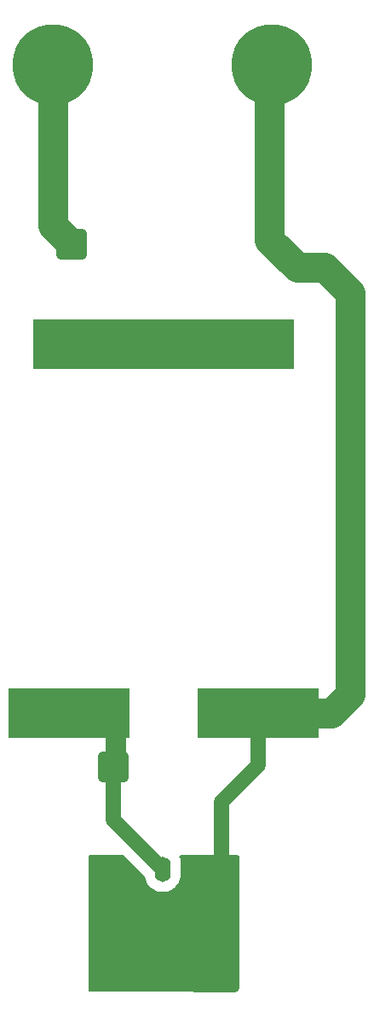
<source format=gbr>
%TF.GenerationSoftware,KiCad,Pcbnew,(6.0.6)*%
%TF.CreationDate,2023-04-06T13:29:05+02:00*%
%TF.ProjectId,1to5UnUn,31746f35-556e-4556-9e2e-6b696361645f,rev?*%
%TF.SameCoordinates,Original*%
%TF.FileFunction,Copper,L1,Top*%
%TF.FilePolarity,Positive*%
%FSLAX46Y46*%
G04 Gerber Fmt 4.6, Leading zero omitted, Abs format (unit mm)*
G04 Created by KiCad (PCBNEW (6.0.6)) date 2023-04-06 13:29:05*
%MOMM*%
%LPD*%
G01*
G04 APERTURE LIST*
G04 Aperture macros list*
%AMRoundRect*
0 Rectangle with rounded corners*
0 $1 Rounding radius*
0 $2 $3 $4 $5 $6 $7 $8 $9 X,Y pos of 4 corners*
0 Add a 4 corners polygon primitive as box body*
4,1,4,$2,$3,$4,$5,$6,$7,$8,$9,$2,$3,0*
0 Add four circle primitives for the rounded corners*
1,1,$1+$1,$2,$3*
1,1,$1+$1,$4,$5*
1,1,$1+$1,$6,$7*
1,1,$1+$1,$8,$9*
0 Add four rect primitives between the rounded corners*
20,1,$1+$1,$2,$3,$4,$5,0*
20,1,$1+$1,$4,$5,$6,$7,0*
20,1,$1+$1,$6,$7,$8,$9,0*
20,1,$1+$1,$8,$9,$2,$3,0*%
G04 Aperture macros list end*
%TA.AperFunction,ComponentPad*%
%ADD10RoundRect,0.375000X-1.125000X-1.125000X1.125000X-1.125000X1.125000X1.125000X-1.125000X1.125000X0*%
%TD*%
%TA.AperFunction,ComponentPad*%
%ADD11C,1.500000*%
%TD*%
%TA.AperFunction,ComponentPad*%
%ADD12C,8.000000*%
%TD*%
%TA.AperFunction,ComponentPad*%
%ADD13C,0.800000*%
%TD*%
%TA.AperFunction,ComponentPad*%
%ADD14O,1.600000X2.500000*%
%TD*%
%TA.AperFunction,ComponentPad*%
%ADD15O,3.500000X7.000000*%
%TD*%
%TA.AperFunction,SMDPad,CuDef*%
%ADD16R,12.000000X5.000000*%
%TD*%
%TA.AperFunction,SMDPad,CuDef*%
%ADD17R,26.000000X5.000000*%
%TD*%
%TA.AperFunction,Conductor*%
%ADD18C,1.500000*%
%TD*%
%TA.AperFunction,Conductor*%
%ADD19C,2.000000*%
%TD*%
%TA.AperFunction,Conductor*%
%ADD20C,3.000000*%
%TD*%
G04 APERTURE END LIST*
D10*
%TO.P,,1*%
%TO.N,N/C*%
X58750000Y-140750000D03*
%TD*%
D11*
%TO.P,REF\u002A\u002A,1*%
%TO.N,gnd*%
X74500000Y-73370000D03*
D12*
X74500000Y-71120000D03*
D13*
X76750000Y-71120000D03*
X72909010Y-69529010D03*
X76090990Y-72710990D03*
X76090990Y-69529010D03*
X72250000Y-71120000D03*
X74500000Y-68870000D03*
X72909010Y-72710990D03*
%TD*%
D10*
%TO.P,REF\u002A\u002A,1*%
%TO.N,N/C*%
X54610000Y-88900000D03*
%TD*%
D11*
%TO.P,REF\u002A\u002A,1*%
%TO.N,N/C*%
X52750000Y-73370000D03*
D12*
X52750000Y-71120000D03*
D13*
X55000000Y-71120000D03*
X51159010Y-69529010D03*
X54340990Y-72710990D03*
X54340990Y-69529010D03*
X50500000Y-71120000D03*
X52750000Y-68870000D03*
X51159010Y-72710990D03*
%TD*%
D14*
%TO.P,REF\u002A\u002A,1*%
%TO.N,N/C*%
X63652400Y-150876000D03*
%TO.P,REF\u002A\u002A,2*%
%TO.N,gnd*%
X66192400Y-150876000D03*
D15*
X68732400Y-155956000D03*
X58572400Y-155956000D03*
%TD*%
D16*
%TO.P,REF\u002A\u002A,1*%
%TO.N,N/C*%
X54356000Y-135382000D03*
%TD*%
D17*
%TO.P,REF\u002A\u002A,1*%
%TO.N,N/C*%
X63754000Y-98806000D03*
%TD*%
D16*
%TO.P,,1*%
%TO.N,gnd*%
X73152000Y-135382000D03*
%TD*%
D18*
%TO.N,*%
X58500000Y-135500000D02*
X58382000Y-135382000D01*
D19*
X59000000Y-136000000D02*
X59000000Y-140500000D01*
X58500000Y-135500000D02*
X59000000Y-136000000D01*
D18*
X58382000Y-135382000D02*
X54356000Y-135382000D01*
X59000000Y-140500000D02*
X58750000Y-140750000D01*
X58750000Y-146000000D02*
X58750000Y-140750000D01*
X63626000Y-150876000D02*
X58750000Y-146000000D01*
X63652400Y-150876000D02*
X63626000Y-150876000D01*
D20*
X52750000Y-87040000D02*
X54610000Y-88900000D01*
X52750000Y-71120000D02*
X52750000Y-87040000D01*
%TO.N,gnd*%
X77000000Y-91250000D02*
X74250000Y-88500000D01*
X74250000Y-88500000D02*
X74250000Y-71370000D01*
X74250000Y-71370000D02*
X74500000Y-71120000D01*
X79750000Y-91250000D02*
X77000000Y-91250000D01*
X82250000Y-133574247D02*
X82250000Y-93750000D01*
X80442247Y-135382000D02*
X82250000Y-133574247D01*
X82250000Y-93750000D02*
X79750000Y-91250000D01*
X73152000Y-135382000D02*
X80442247Y-135382000D01*
D18*
X73152000Y-140598000D02*
X73152000Y-135382000D01*
X69500000Y-144250000D02*
X73152000Y-140598000D01*
X69124000Y-150876000D02*
X69500000Y-150500000D01*
X69500000Y-150500000D02*
X69500000Y-144250000D01*
X66192400Y-150876000D02*
X69124000Y-150876000D01*
X66192400Y-150876000D02*
X66192400Y-150807600D01*
%TD*%
%TA.AperFunction,Conductor*%
%TO.N,gnd*%
G36*
X59790351Y-149520002D02*
G01*
X59811325Y-149536905D01*
X61840745Y-151566325D01*
X61874543Y-151627611D01*
X61925745Y-151853891D01*
X61927437Y-151858243D01*
X61927438Y-151858245D01*
X62004680Y-152056872D01*
X62022738Y-152103309D01*
X62155532Y-152335650D01*
X62321210Y-152545811D01*
X62516131Y-152729175D01*
X62736015Y-152881714D01*
X62740204Y-152883780D01*
X62740206Y-152883781D01*
X62971841Y-152998011D01*
X62971844Y-152998012D01*
X62976029Y-153000076D01*
X63230903Y-153081662D01*
X63376266Y-153105335D01*
X63490424Y-153123927D01*
X63490425Y-153123927D01*
X63495036Y-153124678D01*
X63628831Y-153126429D01*
X63757949Y-153128120D01*
X63757952Y-153128120D01*
X63762626Y-153128181D01*
X64027795Y-153092093D01*
X64061010Y-153082412D01*
X64098026Y-153071623D01*
X64284717Y-153017208D01*
X64318793Y-153001499D01*
X64340888Y-152991313D01*
X64527748Y-152905169D01*
X64691250Y-152797972D01*
X64747636Y-152761004D01*
X64747641Y-152761000D01*
X64751549Y-152758438D01*
X64951203Y-152580240D01*
X65122325Y-152374488D01*
X65261156Y-152145702D01*
X65277232Y-152107365D01*
X65362836Y-151903224D01*
X65362838Y-151903219D01*
X65364645Y-151898909D01*
X65374973Y-151858245D01*
X65429367Y-151644067D01*
X65429368Y-151644064D01*
X65430519Y-151639530D01*
X65444384Y-151501839D01*
X65452584Y-151420398D01*
X65452584Y-151420397D01*
X65452900Y-151417259D01*
X65452900Y-150358056D01*
X65438117Y-150159123D01*
X65379055Y-149898109D01*
X65290997Y-149671667D01*
X65284950Y-149600928D01*
X65318106Y-149538150D01*
X65379940Y-149503263D01*
X65408430Y-149500000D01*
X71124000Y-149500000D01*
X71192121Y-149520002D01*
X71238614Y-149573658D01*
X71250000Y-149626000D01*
X71250000Y-153369136D01*
X71248113Y-153389371D01*
X71248202Y-153389383D01*
X71247890Y-153391767D01*
X71247828Y-153392427D01*
X71247095Y-153396325D01*
X71246834Y-153399835D01*
X71246832Y-153399849D01*
X71245345Y-153419827D01*
X71243008Y-153436348D01*
X71238536Y-153457661D01*
X71238535Y-153457669D01*
X71237541Y-153462406D01*
X71237186Y-153469065D01*
X71237185Y-153470730D01*
X71237137Y-153525583D01*
X71236790Y-153534824D01*
X71232536Y-153591992D01*
X71233280Y-153598100D01*
X71233280Y-153598105D01*
X71236115Y-153621382D01*
X71237039Y-153636724D01*
X71229120Y-162708816D01*
X71224462Y-162742648D01*
X71217670Y-162766929D01*
X71206803Y-162793577D01*
X71171202Y-162858489D01*
X71154572Y-162881976D01*
X71134183Y-162904734D01*
X71105170Y-162937116D01*
X71083645Y-162956216D01*
X71023022Y-162998707D01*
X70997721Y-163012427D01*
X70932689Y-163038584D01*
X70929034Y-163040054D01*
X70901282Y-163047673D01*
X70855498Y-163054757D01*
X70839394Y-163056199D01*
X70833787Y-163056340D01*
X70827649Y-163055893D01*
X70821542Y-163056647D01*
X70821538Y-163056647D01*
X70799319Y-163059390D01*
X70783742Y-163060339D01*
X62723720Y-163051372D01*
X56512007Y-163044462D01*
X56498094Y-163043675D01*
X56468357Y-163040337D01*
X56468352Y-163040337D01*
X56462224Y-163039649D01*
X56452737Y-163040445D01*
X56418231Y-163038584D01*
X56404821Y-163035985D01*
X56360354Y-163018078D01*
X56343759Y-163007342D01*
X56309200Y-162974124D01*
X56297818Y-162957970D01*
X56278166Y-162914246D01*
X56275928Y-162904731D01*
X56273391Y-162885081D01*
X56273378Y-162885083D01*
X56273050Y-162882440D01*
X56273046Y-162882408D01*
X56272620Y-162878977D01*
X56272620Y-162878970D01*
X56269843Y-162856588D01*
X56268884Y-162841048D01*
X56270882Y-153703742D01*
X56272280Y-153685051D01*
X56273498Y-153676940D01*
X56274414Y-153670846D01*
X56274129Y-153664695D01*
X56274129Y-153664689D01*
X56271041Y-153598114D01*
X56270906Y-153592250D01*
X56270910Y-153571803D01*
X56270911Y-153568619D01*
X56270591Y-153565465D01*
X56270590Y-153565440D01*
X56268976Y-153549524D01*
X56268468Y-153542651D01*
X56265487Y-153478363D01*
X56265487Y-153478362D01*
X56265324Y-153474849D01*
X56264771Y-153471379D01*
X56264770Y-153471370D01*
X56261459Y-153450599D01*
X56261458Y-153450594D01*
X56260905Y-153447125D01*
X56260442Y-153445451D01*
X56260545Y-153444015D01*
X56260072Y-153444111D01*
X56257757Y-153432699D01*
X56256826Y-153426567D01*
X56256208Y-153423552D01*
X56255564Y-153417200D01*
X56253656Y-153411109D01*
X56252569Y-153405806D01*
X56250000Y-153380494D01*
X56250000Y-149626000D01*
X56270002Y-149557879D01*
X56323658Y-149511386D01*
X56376000Y-149500000D01*
X59722230Y-149500000D01*
X59790351Y-149520002D01*
G37*
%TD.AperFunction*%
%TD*%
M02*

</source>
